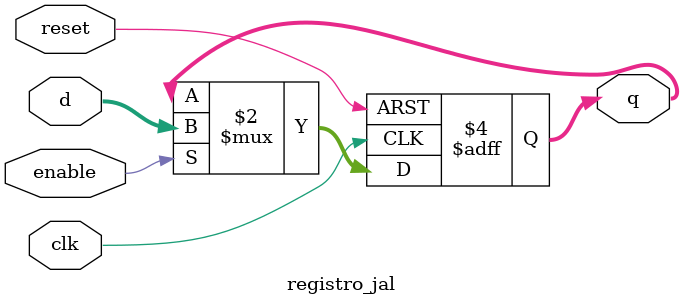
<source format=v>

module regfile(input  wire clk, input  wire we3, input  wire [3:0]  ra1, ra2, wa3, input  wire [7:0]  wd3, output wire [7:0]  rd1, rd2);

  reg [7:0] regb[0:15]; //memoria de 16 registros de 8 bits de ancho

  // El registro 0 siempre es cero
  // se leen dos reg combinacionalmente
  // y la escritura del tercero ocurre en flanco de subida del reloj
  always @(posedge clk)
    if (we3) regb[wa3] <= wd3;	
  assign rd1 = (ra1 != 0) ? regb[ra1] : 8'b0;
  assign rd2 = (ra2 != 0) ? regb[ra2] : 8'b0;
endmodule

module mux4_1 #(parameter WIDTH = 8)(input  wire [WIDTH-1:0] e0,e1,e2,e3, input wire [1:0] sel,output wire [WIDTH-1:0] salida);

 assign salida = 
  (sel == 2'b00) ? e0:
  (sel == 2'b01) ? e1:
  (sel == 2'b10) ? e2:
  (sel == 2'b11) ? e3:
  8'b000;

    endmodule
    
    
module dec2_4 (input wire sel0,sel1,enable,output wire sal0,sal1,sal2,sal3);
  assign sal0 = ~(sel0) & ~(sel1) & enable;
  assign sal1 = ~(sel0) & (sel1) & enable;
  assign sal2 = (sel0) & ~(sel1) & enable;
  assign sal3 = (sel0) & (sel1) & enable;
endmodule

//modulo sumador  
module sum(input  wire [9:0] a, b, output wire [9:0] y);
  assign y = a + b;
endmodule

//modulo de registro para modelar el PC, cambia en cada flanco de subida de reloj o de reset
module registro #(parameter WIDTH = 8) (input  wire clk, reset, input  wire [WIDTH-1:0] d, output reg  [WIDTH-1:0] q);
  always @(posedge clk, posedge reset)
    if (reset) q <= 0;
    else       q <= d;
endmodule

//modulo multiplexor, cos s=1 sale d1, s=0 sale d0
module mux2 #(parameter WIDTH = 8) (input  wire [WIDTH-1:0] d0, d1, input  wire s, output wire [WIDTH-1:0] y);
  assign y = s ? d1 : d0; 
endmodule

module registro_jal #(parameter WIDTH = 8) (input  wire clk, reset, enable, input  wire [WIDTH-1:0] d, output reg  [WIDTH-1:0] q);
  always @(posedge clk, posedge reset)
    if (reset) q <= 0;
    else 
      if(enable)
	q <= d;
	
endmodule

</source>
